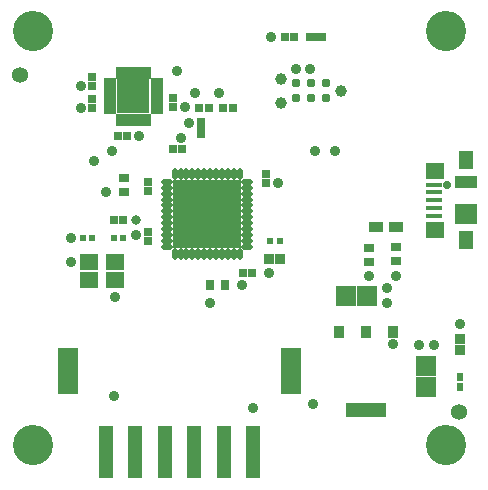
<source format=gbr>
%TF.GenerationSoftware,Altium Limited,Altium Designer,25.0.2 (28)*%
G04 Layer_Color=8388736*
%FSLAX45Y45*%
%MOMM*%
%TF.SameCoordinates,C223F9BF-7E24-4A28-B258-71FBB46568CF*%
%TF.FilePolarity,Negative*%
%TF.FileFunction,Soldermask,Top*%
%TF.Part,Single*%
G01*
G75*
%TA.AperFunction,ConnectorPad*%
%ADD15R,1.80000X3.90000*%
%ADD16R,1.30000X4.50000*%
%ADD18R,1.38000X0.45000*%
%ADD19R,1.55000X1.42500*%
%ADD20R,1.90000X1.00000*%
%ADD21R,1.90000X1.80000*%
%ADD22R,1.30000X1.65000*%
%TA.AperFunction,SMDPad,CuDef*%
%ADD24R,0.75000X0.90000*%
%ADD26R,0.52000X0.52000*%
%ADD28R,3.50000X1.25000*%
%ADD29R,0.87213X1.00429*%
%TA.AperFunction,BGAPad,CuDef*%
%ADD30C,0.78700*%
%TA.AperFunction,SMDPad,CuDef*%
%ADD38R,0.50000X0.70000*%
%ADD41R,0.90000X0.75000*%
%ADD45R,0.50000X0.60000*%
%TA.AperFunction,ComponentPad*%
%ADD51C,0.99100*%
%TA.AperFunction,SMDPad,CuDef*%
%ADD59R,0.80320X0.85320*%
%ADD60R,0.72320X0.76320*%
%ADD61R,0.75320X0.70320*%
%ADD62R,1.60320X1.35320*%
%ADD63R,5.80320X5.80320*%
%ADD64O,0.45320X1.00320*%
%ADD65O,1.00320X0.45320*%
%ADD66R,2.80320X2.90320*%
%ADD67R,0.55320X1.00320*%
%ADD68R,1.05320X0.55320*%
%ADD69R,0.65320X0.65320*%
%ADD70R,0.76320X0.72320*%
%ADD71R,0.85320X0.80320*%
%ADD72R,1.75320X1.70320*%
%ADD73R,0.90320X0.95320*%
%ADD74R,1.70320X1.75320*%
%ADD75R,0.95320X0.90320*%
%ADD76R,1.15320X0.90320*%
%TA.AperFunction,ViaPad*%
%ADD77C,1.35520*%
%ADD78C,3.40320*%
%ADD79C,0.90320*%
%ADD80C,0.70320*%
%ADD81C,0.91440*%
%ADD82C,0.80320*%
D15*
X11190000Y6120000D02*
D03*
X9300000D02*
D03*
D16*
X10870000Y5440000D02*
D03*
X10620000D02*
D03*
X10370000D02*
D03*
X10120000D02*
D03*
X9870000D02*
D03*
X9620000D02*
D03*
D18*
X12400000Y7700000D02*
D03*
Y7635000D02*
D03*
Y7570000D02*
D03*
Y7505000D02*
D03*
Y7440000D02*
D03*
D19*
X12408500Y7818750D02*
D03*
Y7321250D02*
D03*
D20*
X12666000Y7725000D02*
D03*
D21*
Y7455000D02*
D03*
D22*
Y7907500D02*
D03*
Y7232500D02*
D03*
D24*
X10625000Y6850000D02*
D03*
X10505000D02*
D03*
D26*
X9765000Y7250000D02*
D03*
X9685000D02*
D03*
X9425000D02*
D03*
X9505000D02*
D03*
D28*
X11825000Y5795500D02*
D03*
D29*
X11596000Y6454500D02*
D03*
X11825000D02*
D03*
X12054000D02*
D03*
D30*
X11227000Y8434900D02*
D03*
Y8561900D02*
D03*
X11354000D02*
D03*
X11481000Y8434900D02*
D03*
Y8561900D02*
D03*
X11354000Y8434900D02*
D03*
D38*
X12620000Y5985000D02*
D03*
Y6075000D02*
D03*
D41*
X9777501Y7640000D02*
D03*
Y7759999D02*
D03*
X11850000Y7045000D02*
D03*
Y7165000D02*
D03*
X12075000Y7055000D02*
D03*
Y7175000D02*
D03*
D45*
X11007501Y7225000D02*
D03*
X11097501D02*
D03*
D51*
X11608000Y8498400D02*
D03*
X11100000Y8600000D02*
D03*
Y8396800D02*
D03*
D59*
X10425000Y8225000D02*
D03*
Y8140000D02*
D03*
D60*
X10975000Y7788000D02*
D03*
Y7712000D02*
D03*
X9975000Y7225000D02*
D03*
Y7301000D02*
D03*
X9500000Y8425000D02*
D03*
Y8349000D02*
D03*
X10190000Y8438000D02*
D03*
Y8362000D02*
D03*
X9500000Y8613000D02*
D03*
Y8537000D02*
D03*
X9977501Y7726000D02*
D03*
Y7650000D02*
D03*
D61*
X9687500Y7400000D02*
D03*
X9762500D02*
D03*
D62*
X9480000Y6890000D02*
D03*
X9700000D02*
D03*
Y7050000D02*
D03*
X9480000D02*
D03*
D63*
X10477501Y7450000D02*
D03*
D64*
X10202501Y7790000D02*
D03*
X10252501D02*
D03*
X10302501D02*
D03*
X10352501D02*
D03*
X10402501D02*
D03*
X10452501D02*
D03*
X10502501D02*
D03*
X10552501D02*
D03*
X10602501D02*
D03*
X10652501D02*
D03*
X10702501D02*
D03*
X10752501D02*
D03*
Y7110000D02*
D03*
X10702501D02*
D03*
X10652501D02*
D03*
X10602501D02*
D03*
X10552501D02*
D03*
X10502501D02*
D03*
X10452501D02*
D03*
X10402501D02*
D03*
X10352501D02*
D03*
X10302501D02*
D03*
X10252501D02*
D03*
X10202501D02*
D03*
D65*
X10817501Y7725000D02*
D03*
Y7675000D02*
D03*
Y7625000D02*
D03*
Y7575000D02*
D03*
Y7525000D02*
D03*
Y7475000D02*
D03*
Y7425000D02*
D03*
Y7375000D02*
D03*
Y7325000D02*
D03*
Y7275000D02*
D03*
Y7225000D02*
D03*
Y7175000D02*
D03*
X10137501D02*
D03*
Y7225000D02*
D03*
Y7275000D02*
D03*
Y7325000D02*
D03*
Y7375000D02*
D03*
Y7425000D02*
D03*
Y7475000D02*
D03*
Y7525000D02*
D03*
Y7575000D02*
D03*
Y7625000D02*
D03*
Y7675000D02*
D03*
Y7725000D02*
D03*
D66*
X9852501Y8450000D02*
D03*
D67*
X9727501Y8250000D02*
D03*
X9777501D02*
D03*
X9827501D02*
D03*
X9877501D02*
D03*
X9927501D02*
D03*
X9977501D02*
D03*
X9727501Y8650000D02*
D03*
X9777501D02*
D03*
X9827501D02*
D03*
X9877501D02*
D03*
X9927501D02*
D03*
X9977501D02*
D03*
D68*
X10050001Y8325000D02*
D03*
Y8375000D02*
D03*
Y8425000D02*
D03*
Y8475000D02*
D03*
Y8525000D02*
D03*
Y8575000D02*
D03*
X9655001Y8325000D02*
D03*
Y8375000D02*
D03*
Y8425000D02*
D03*
Y8475000D02*
D03*
Y8525000D02*
D03*
Y8575000D02*
D03*
D69*
X10612501Y8350000D02*
D03*
X10692501D02*
D03*
X10492501D02*
D03*
X10412501D02*
D03*
D70*
X11213000Y8950000D02*
D03*
X11137000D02*
D03*
X10853501Y6950000D02*
D03*
X10777501D02*
D03*
X10187000Y8000000D02*
D03*
X10263000D02*
D03*
X9724000Y8110000D02*
D03*
X9800000D02*
D03*
D71*
X11357500Y8950000D02*
D03*
X11442500D02*
D03*
D72*
X12327501Y5985000D02*
D03*
Y6165000D02*
D03*
D73*
X12620000Y6397500D02*
D03*
Y6302500D02*
D03*
D74*
X11650000Y6760000D02*
D03*
X11830000D02*
D03*
D75*
X11002501Y7075000D02*
D03*
X11097501D02*
D03*
D76*
X12075000Y7340000D02*
D03*
X11910000D02*
D03*
D77*
X12610000Y5780000D02*
D03*
X8890000Y8630000D02*
D03*
D78*
X9000000Y9000000D02*
D03*
Y5500000D02*
D03*
X12500000Y9000000D02*
D03*
Y5500000D02*
D03*
D79*
X10220000Y8660000D02*
D03*
X11560000Y7990000D02*
D03*
X11390000D02*
D03*
X11350000Y8680000D02*
D03*
X11230000D02*
D03*
X11020000Y8950000D02*
D03*
X9670000Y7990000D02*
D03*
X9520000Y7900000D02*
D03*
X11370000Y5840000D02*
D03*
X10870000Y5810000D02*
D03*
X12620000Y6520000D02*
D03*
X12400000Y6340000D02*
D03*
X12270000D02*
D03*
X12050000Y6350000D02*
D03*
X12000000Y6700000D02*
D03*
Y6825000D02*
D03*
X12075000Y6925000D02*
D03*
X11850000D02*
D03*
X9875000Y7275000D02*
D03*
X9625000Y7640000D02*
D03*
X9325000Y7250000D02*
D03*
Y7050000D02*
D03*
X9700000Y6750000D02*
D03*
X11000000Y6950000D02*
D03*
X10775000Y6850000D02*
D03*
X10500000Y6700000D02*
D03*
X11075000Y7712000D02*
D03*
X10325000Y8225000D02*
D03*
X10290000Y8360000D02*
D03*
X10260000Y8100000D02*
D03*
X9900000Y8110000D02*
D03*
X9410000Y8349000D02*
D03*
Y8537000D02*
D03*
X10575000Y8475000D02*
D03*
X10375000D02*
D03*
D80*
X12510000Y7700000D02*
D03*
X10697501Y7230000D02*
D03*
X10587501D02*
D03*
X10477501D02*
D03*
X10367501D02*
D03*
X10257501D02*
D03*
X10697501Y7340000D02*
D03*
X10587501D02*
D03*
X10477501D02*
D03*
X10367501D02*
D03*
X10257501D02*
D03*
X10697501Y7450000D02*
D03*
X10587501D02*
D03*
X10477501D02*
D03*
X10367501D02*
D03*
X10257501D02*
D03*
X10697501Y7560000D02*
D03*
X10587501D02*
D03*
X10477501D02*
D03*
X10367501D02*
D03*
X10257501D02*
D03*
X10697501Y7670000D02*
D03*
X10587501D02*
D03*
X10477501D02*
D03*
X10367501D02*
D03*
X10257501D02*
D03*
X9907501Y8505000D02*
D03*
Y8395000D02*
D03*
X9797501D02*
D03*
Y8505000D02*
D03*
D81*
X9690000Y5910000D02*
D03*
D82*
X9875000Y7400000D02*
D03*
%TF.MD5,ee5265adf6b77db9f43bc8bd374f569e*%
M02*

</source>
